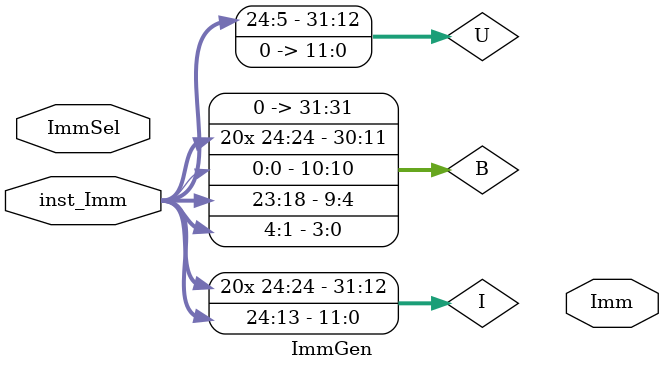
<source format=v>
`timescale 1ns / 1ps


//------------------------------------------------------------
// Immediate Generator (ImmGen)
// - 명령어에서 즉시값(Immediate value)을 추출하여 32비트로 확장하는 모듈
// - ImmSel 신호에 따라 I, B, U, J, S 타입의 즉시값을 생성
//------------------------------------------------------------

module ImmGen(
    input [2:0] ImmSel,       // 즉시값 종류 선택 신호 (I, B, U, J, S)
    input [24:0] inst_Imm,    // 명령어의 즉시값 비트 부분 (25비트)
    output [31:0] Imm         // 출력: 32비트로 sign-extension된 즉시값
);

    // 각 타입별 즉시값 (Immediate)
    wire [31:0] I, B, U, J, S;

    // I-type: 12비트 즉시값, 부호 확장 (sign-extend)
    // inst_Imm[24]는 부호 비트 → 상위 20비트를 모두 그 값으로 채움
    assign I = {{20{inst_Imm[24]}}, inst_Imm[24 -: 12]};

    // B-type: 분기(branch) 명령용 즉시값
    // 비트 순서가 특이하게 흩어져 있어서 재조합 필요
    assign B = {{19{inst_Imm[24]}}, inst_Imm[24], inst_Imm[0], inst_Imm[23-:6], inst_Imm[4:1]};

    // U-type: 상위 20비트를 그대로 사용하고, 하위 12비트는 0으로 채움
    assign U = {inst_Imm[24 -: 20], 12'b0};

    // (J, S 타입은 생략된 상태 — 이후 확장 가능)
endmodule

</source>
